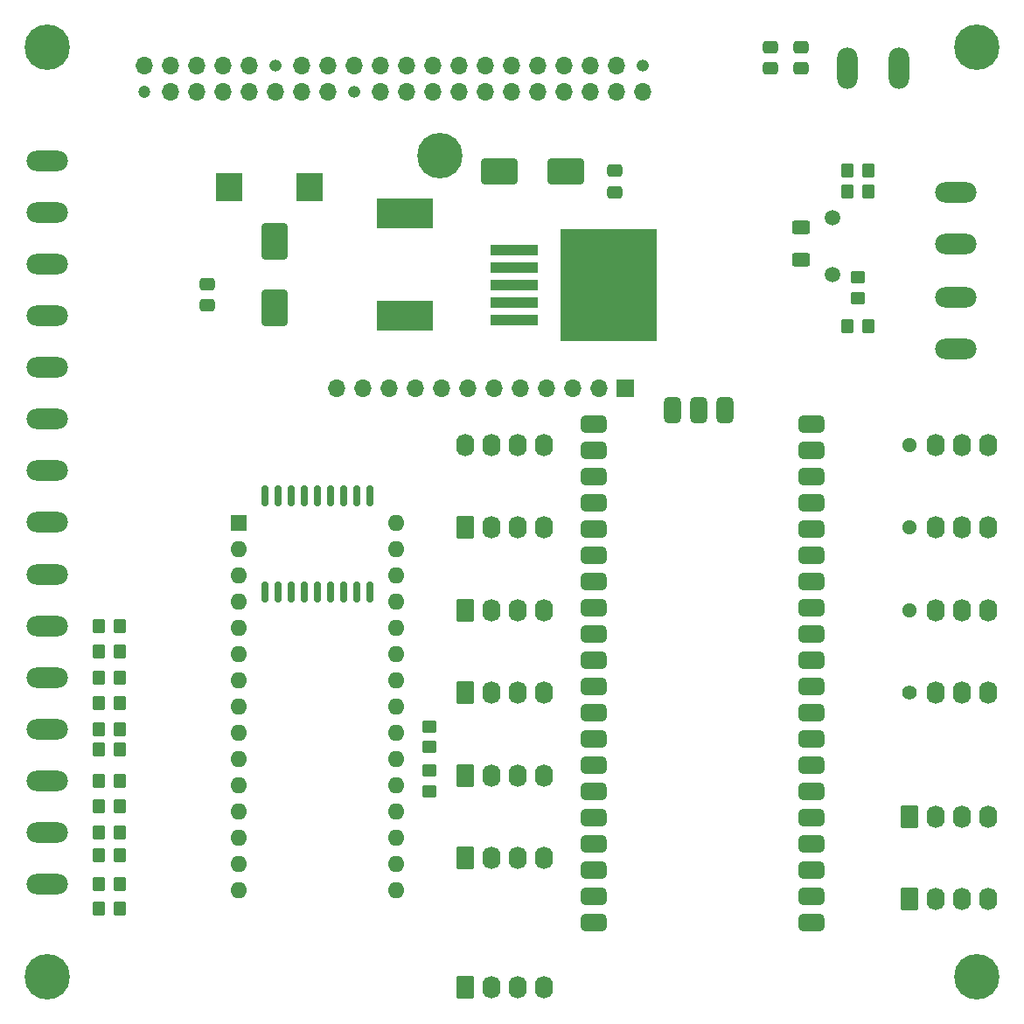
<source format=gbr>
%TF.GenerationSoftware,KiCad,Pcbnew,6.0.10*%
%TF.CreationDate,2023-01-17T11:13:45-03:00*%
%TF.ProjectId,trekking,7472656b-6b69-46e6-972e-6b696361645f,rev?*%
%TF.SameCoordinates,Original*%
%TF.FileFunction,Soldermask,Top*%
%TF.FilePolarity,Negative*%
%FSLAX46Y46*%
G04 Gerber Fmt 4.6, Leading zero omitted, Abs format (unit mm)*
G04 Created by KiCad (PCBNEW 6.0.10) date 2023-01-17 11:13:45*
%MOMM*%
%LPD*%
G01*
G04 APERTURE LIST*
G04 Aperture macros list*
%AMRoundRect*
0 Rectangle with rounded corners*
0 $1 Rounding radius*
0 $2 $3 $4 $5 $6 $7 $8 $9 X,Y pos of 4 corners*
0 Add a 4 corners polygon primitive as box body*
4,1,4,$2,$3,$4,$5,$6,$7,$8,$9,$2,$3,0*
0 Add four circle primitives for the rounded corners*
1,1,$1+$1,$2,$3*
1,1,$1+$1,$4,$5*
1,1,$1+$1,$6,$7*
1,1,$1+$1,$8,$9*
0 Add four rect primitives between the rounded corners*
20,1,$1+$1,$2,$3,$4,$5,0*
20,1,$1+$1,$4,$5,$6,$7,0*
20,1,$1+$1,$6,$7,$8,$9,0*
20,1,$1+$1,$8,$9,$2,$3,0*%
%AMFreePoly0*
4,1,28,0.087733,0.694480,0.250858,0.653506,0.399499,0.574804,0.525078,0.462918,0.620343,0.324307,0.679794,0.166973,0.700000,0.000000,0.699846,-0.014660,0.676148,-0.181173,0.613415,-0.337228,0.515268,-0.473813,0.387374,-0.583045,0.237117,-0.658617,0.073170,-0.696165,-0.095001,-0.693523,-0.257687,-0.650844,-0.405497,-0.570589,-0.529897,-0.457394,-0.623705,-0.317793,-0.681505,-0.159846,
-0.699962,0.007330,-0.678008,0.174083,-0.616912,0.330786,-0.520201,0.468391,-0.393458,0.578956,-0.244000,0.656097,-0.080456,0.695361,0.087733,0.694480,0.087733,0.694480,$1*%
G04 Aperture macros list end*
%ADD10RoundRect,0.250000X0.350000X0.450000X-0.350000X0.450000X-0.350000X-0.450000X0.350000X-0.450000X0*%
%ADD11RoundRect,0.250000X0.450000X-0.350000X0.450000X0.350000X-0.450000X0.350000X-0.450000X-0.350000X0*%
%ADD12RoundRect,0.250000X-0.475000X0.337500X-0.475000X-0.337500X0.475000X-0.337500X0.475000X0.337500X0*%
%ADD13C,1.200000*%
%ADD14O,1.700000X1.700000*%
%ADD15O,1.200000X1.200000*%
%ADD16FreePoly0,0.000000*%
%ADD17O,1.740000X2.190000*%
%ADD18RoundRect,0.412500X0.837500X0.412500X-0.837500X0.412500X-0.837500X-0.412500X0.837500X-0.412500X0*%
%ADD19RoundRect,0.412500X-0.412500X0.837500X-0.412500X-0.837500X0.412500X-0.837500X0.412500X0.837500X0*%
%ADD20C,1.500000*%
%ADD21C,4.400000*%
%ADD22RoundRect,0.250000X-0.350000X-0.450000X0.350000X-0.450000X0.350000X0.450000X-0.350000X0.450000X0*%
%ADD23RoundRect,0.250000X0.475000X-0.337500X0.475000X0.337500X-0.475000X0.337500X-0.475000X-0.337500X0*%
%ADD24RoundRect,0.250000X-0.450000X0.350000X-0.450000X-0.350000X0.450000X-0.350000X0.450000X0.350000X0*%
%ADD25RoundRect,0.250000X0.625000X-0.400000X0.625000X0.400000X-0.625000X0.400000X-0.625000X-0.400000X0*%
%ADD26RoundRect,0.250000X-0.620000X-0.845000X0.620000X-0.845000X0.620000X0.845000X-0.620000X0.845000X0*%
%ADD27O,4.000000X2.000000*%
%ADD28RoundRect,0.250000X1.000000X-1.500000X1.000000X1.500000X-1.000000X1.500000X-1.000000X-1.500000X0*%
%ADD29R,2.000000X2.000000*%
%ADD30R,2.500000X2.700000*%
%ADD31C,1.400000*%
%ADD32R,4.600000X1.100000*%
%ADD33R,9.400000X10.800000*%
%ADD34R,1.600000X1.600000*%
%ADD35O,1.600000X1.600000*%
%ADD36RoundRect,0.250000X1.500000X1.000000X-1.500000X1.000000X-1.500000X-1.000000X1.500000X-1.000000X0*%
%ADD37R,1.700000X1.700000*%
%ADD38R,5.400000X2.900000*%
%ADD39O,2.000000X4.000000*%
%ADD40RoundRect,0.150000X0.150000X-0.875000X0.150000X0.875000X-0.150000X0.875000X-0.150000X-0.875000X0*%
G04 APERTURE END LIST*
D10*
%TO.C,R16*%
X52000000Y-143400000D03*
X50000000Y-143400000D03*
%TD*%
D11*
%TO.C,R6*%
X82000000Y-132000000D03*
X82000000Y-130000000D03*
%TD*%
D12*
%TO.C,C1*%
X100000000Y-71962500D03*
X100000000Y-74037500D03*
%TD*%
D13*
%TO.C,J1*%
X54375000Y-64275000D03*
D14*
X54375000Y-61735000D03*
X56915000Y-64275000D03*
X56915000Y-61735000D03*
X59455000Y-64275000D03*
X59455000Y-61735000D03*
X61995000Y-64275000D03*
X61995000Y-61735000D03*
X64535000Y-64275000D03*
X64535000Y-61735000D03*
X67075000Y-64275000D03*
D15*
X67075000Y-61735000D03*
D14*
X69615000Y-64275000D03*
X69615000Y-61735000D03*
X72155000Y-64275000D03*
X72155000Y-61735000D03*
D15*
X74695000Y-64275000D03*
D14*
X74695000Y-61735000D03*
X77235000Y-64275000D03*
X77235000Y-61735000D03*
X79775000Y-64275000D03*
X79775000Y-61735000D03*
X82315000Y-64275000D03*
X82315000Y-61735000D03*
X84855000Y-64275000D03*
X84855000Y-61735000D03*
X87395000Y-64275000D03*
X87395000Y-61735000D03*
X89935000Y-64275000D03*
X89935000Y-61735000D03*
X92475000Y-64275000D03*
X92475000Y-61735000D03*
X95015000Y-64275000D03*
X95015000Y-61735000D03*
X97555000Y-64275000D03*
X97555000Y-61735000D03*
X100095000Y-64275000D03*
X100095000Y-61735000D03*
X102635000Y-64275000D03*
D15*
X102635000Y-61735000D03*
%TD*%
D16*
%TO.C,J5*%
X128500000Y-106483500D03*
D17*
X131040000Y-106483500D03*
X133580000Y-106483500D03*
X136120000Y-106483500D03*
%TD*%
D18*
%TO.C,U1*%
X119041000Y-144743500D03*
X119041000Y-142203500D03*
X119041000Y-139663500D03*
X119041000Y-137123500D03*
X119041000Y-134583500D03*
X119041000Y-132043500D03*
X119041000Y-129503500D03*
X119041000Y-126963500D03*
X119041000Y-124423500D03*
X119041000Y-121883500D03*
X119041000Y-119343500D03*
X119041000Y-116803500D03*
X119041000Y-114263500D03*
X119041000Y-111723500D03*
X119041000Y-109183500D03*
X119041000Y-106643500D03*
X119041000Y-104103500D03*
X119041000Y-101563500D03*
X119041000Y-99023500D03*
X119041000Y-96483500D03*
X97959000Y-96483500D03*
X97959000Y-99023500D03*
X97959000Y-101563500D03*
X97959000Y-104103500D03*
X97959000Y-106643500D03*
X97959000Y-109183500D03*
X97959000Y-111723500D03*
X97959000Y-114263500D03*
X97959000Y-116803500D03*
X97959000Y-119343500D03*
X97959000Y-121883500D03*
X97959000Y-124423500D03*
X97959000Y-126963500D03*
X97959000Y-129503500D03*
X97959000Y-132043500D03*
X97959000Y-134583500D03*
X97959000Y-137123500D03*
X97959000Y-139663500D03*
X97959000Y-142203500D03*
X97959000Y-144743500D03*
D19*
X110659000Y-95086500D03*
X108119000Y-95086500D03*
X105579000Y-95086500D03*
%TD*%
D20*
%TO.C,VIN*%
X121000000Y-82000000D03*
%TD*%
D21*
%TO.C,REF\u002A\u002A*%
X45000000Y-60000000D03*
%TD*%
D22*
%TO.C,R5*%
X122500000Y-71900000D03*
X124500000Y-71900000D03*
%TD*%
D16*
%TO.C,J2*%
X128500000Y-114483500D03*
D17*
X131040000Y-114483500D03*
X133580000Y-114483500D03*
X136120000Y-114483500D03*
%TD*%
%TO.C,J17*%
X85500000Y-98483500D03*
X88040000Y-98483500D03*
X90580000Y-98483500D03*
X93120000Y-98483500D03*
%TD*%
D10*
%TO.C,R15*%
X52000000Y-138200000D03*
X50000000Y-138200000D03*
%TD*%
D23*
%TO.C,C3*%
X115000000Y-62037500D03*
X115000000Y-59962500D03*
%TD*%
D24*
%TO.C,R1*%
X123500000Y-82250000D03*
X123500000Y-84250000D03*
%TD*%
D25*
%TO.C,R3*%
X118000000Y-80550000D03*
X118000000Y-77450000D03*
%TD*%
D26*
%TO.C,J10*%
X128500000Y-134503500D03*
D17*
X131040000Y-134503500D03*
X133580000Y-134503500D03*
X136120000Y-134503500D03*
%TD*%
D26*
%TO.C,J23*%
X85500000Y-151000000D03*
D17*
X88040000Y-151000000D03*
X90580000Y-151000000D03*
X93120000Y-151000000D03*
%TD*%
D22*
%TO.C,R13*%
X50000000Y-126000000D03*
X52000000Y-126000000D03*
%TD*%
D27*
%TO.C,J22*%
X45000000Y-116000000D03*
X45000000Y-121000000D03*
X45000000Y-126000000D03*
%TD*%
D26*
%TO.C,J15*%
X85500000Y-106483500D03*
D17*
X88040000Y-106483500D03*
X90580000Y-106483500D03*
X93120000Y-106483500D03*
%TD*%
D22*
%TO.C,R10*%
X50000000Y-141000000D03*
X52000000Y-141000000D03*
%TD*%
D28*
%TO.C,C5*%
X67000000Y-85250000D03*
X67000000Y-78750000D03*
%TD*%
D26*
%TO.C,J12*%
X85500000Y-138483500D03*
D17*
X88040000Y-138483500D03*
X90580000Y-138483500D03*
X93120000Y-138483500D03*
%TD*%
D10*
%TO.C,R17*%
X52000000Y-118500000D03*
X50000000Y-118500000D03*
%TD*%
D29*
%TO.C,D1*%
X70310000Y-73500000D03*
D30*
X70400000Y-73500000D03*
X62600000Y-73500000D03*
D29*
X62690000Y-73500000D03*
%TD*%
D21*
%TO.C,*%
X83000000Y-70500000D03*
%TD*%
D31*
%TO.C,J3*%
X128500000Y-122483500D03*
D17*
X131040000Y-122483500D03*
X133580000Y-122483500D03*
X136120000Y-122483500D03*
%TD*%
D32*
%TO.C,U2*%
X90225000Y-79600000D03*
X90225000Y-81300000D03*
D33*
X99375000Y-83000000D03*
D32*
X90225000Y-83000000D03*
X90225000Y-84700000D03*
X90225000Y-86400000D03*
%TD*%
D27*
%TO.C,J20*%
X45000000Y-101000000D03*
X45000000Y-106000000D03*
X45000000Y-111000000D03*
%TD*%
D20*
%TO.C,VCC*%
X121000000Y-76500000D03*
%TD*%
D22*
%TO.C,R12*%
X50000000Y-121000000D03*
X52000000Y-121000000D03*
%TD*%
%TO.C,R2*%
X122500000Y-87000000D03*
X124500000Y-87000000D03*
%TD*%
D21*
%TO.C,REF\u002A\u002A*%
X45000000Y-150000000D03*
%TD*%
%TO.C,REF\u002A\u002A*%
X135000000Y-150000000D03*
%TD*%
D34*
%TO.C,A1*%
X63580000Y-106060000D03*
D35*
X63580000Y-108600000D03*
X63580000Y-111140000D03*
X63580000Y-113680000D03*
X63580000Y-116220000D03*
X63580000Y-118760000D03*
X63580000Y-121300000D03*
X63580000Y-123840000D03*
X63580000Y-126380000D03*
X63580000Y-128920000D03*
X63580000Y-131460000D03*
X63580000Y-134000000D03*
X63580000Y-136540000D03*
X63580000Y-139080000D03*
X63580000Y-141620000D03*
X78820000Y-141620000D03*
X78820000Y-139080000D03*
X78820000Y-136540000D03*
X78820000Y-134000000D03*
X78820000Y-131460000D03*
X78820000Y-128920000D03*
X78820000Y-126380000D03*
X78820000Y-123840000D03*
X78820000Y-121300000D03*
X78820000Y-118760000D03*
X78820000Y-116220000D03*
X78820000Y-113680000D03*
X78820000Y-111140000D03*
X78820000Y-108600000D03*
X78820000Y-106060000D03*
%TD*%
D26*
%TO.C,J16*%
X85500000Y-122483500D03*
D17*
X88040000Y-122483500D03*
X90580000Y-122483500D03*
X93120000Y-122483500D03*
%TD*%
D36*
%TO.C,C4*%
X95250000Y-72000000D03*
X88750000Y-72000000D03*
%TD*%
D37*
%TO.C,J18*%
X101000000Y-93000000D03*
D14*
X98460000Y-93000000D03*
X95920000Y-93000000D03*
X93380000Y-93000000D03*
X90840000Y-93000000D03*
X88300000Y-93000000D03*
X85760000Y-93000000D03*
X83220000Y-93000000D03*
X80680000Y-93000000D03*
X78140000Y-93000000D03*
X75600000Y-93000000D03*
X73060000Y-93000000D03*
%TD*%
D23*
%TO.C,C2*%
X118000000Y-62037500D03*
X118000000Y-59962500D03*
%TD*%
D16*
%TO.C,J4*%
X128500000Y-98483500D03*
D17*
X131040000Y-98483500D03*
X133580000Y-98483500D03*
X136120000Y-98483500D03*
%TD*%
D26*
%TO.C,J13*%
X85500000Y-114483500D03*
D17*
X88040000Y-114483500D03*
X90580000Y-114483500D03*
X93120000Y-114483500D03*
%TD*%
D38*
%TO.C,L1*%
X79600000Y-76050000D03*
X79600000Y-85950000D03*
%TD*%
D23*
%TO.C,C6*%
X60500000Y-85000000D03*
X60500000Y-82925000D03*
%TD*%
D10*
%TO.C,R14*%
X52000000Y-133500000D03*
X50000000Y-133500000D03*
%TD*%
D21*
%TO.C,REF\u002A\u002A*%
X135000000Y-60000000D03*
%TD*%
D22*
%TO.C,R11*%
X50000000Y-116000000D03*
X52000000Y-116000000D03*
%TD*%
D26*
%TO.C,J9*%
X128500000Y-142483500D03*
D17*
X131040000Y-142483500D03*
X133580000Y-142483500D03*
X136120000Y-142483500D03*
%TD*%
D27*
%TO.C,J19*%
X45000000Y-86000000D03*
X45000000Y-91000000D03*
X45000000Y-96000000D03*
%TD*%
%TO.C,J7*%
X133000000Y-74058500D03*
X133000000Y-79058500D03*
%TD*%
D22*
%TO.C,R9*%
X50000000Y-136000000D03*
X52000000Y-136000000D03*
%TD*%
D39*
%TO.C,J8*%
X122500000Y-62000000D03*
X127500000Y-62000000D03*
%TD*%
D27*
%TO.C,J11*%
X45000000Y-71000000D03*
X45000000Y-76000000D03*
X45000000Y-81000000D03*
%TD*%
D10*
%TO.C,R19*%
X52000000Y-128000000D03*
X50000000Y-128000000D03*
%TD*%
D27*
%TO.C,J21*%
X45000000Y-131000000D03*
X45000000Y-136000000D03*
X45000000Y-141000000D03*
%TD*%
D10*
%TO.C,R4*%
X124500000Y-74000000D03*
X122500000Y-74000000D03*
%TD*%
D40*
%TO.C,U3*%
X66110000Y-112760000D03*
X67380000Y-112760000D03*
X68650000Y-112760000D03*
X69920000Y-112760000D03*
X71190000Y-112760000D03*
X72460000Y-112760000D03*
X73730000Y-112760000D03*
X75000000Y-112760000D03*
X76270000Y-112760000D03*
X76270000Y-103460000D03*
X75000000Y-103460000D03*
X73730000Y-103460000D03*
X72460000Y-103460000D03*
X71190000Y-103460000D03*
X69920000Y-103460000D03*
X68650000Y-103460000D03*
X67380000Y-103460000D03*
X66110000Y-103460000D03*
%TD*%
D27*
%TO.C,J6*%
X133000000Y-84233500D03*
X133000000Y-89233500D03*
%TD*%
D22*
%TO.C,R8*%
X50000000Y-131000000D03*
X52000000Y-131000000D03*
%TD*%
D10*
%TO.C,R18*%
X52000000Y-123500000D03*
X50000000Y-123500000D03*
%TD*%
D26*
%TO.C,J14*%
X85500000Y-130483500D03*
D17*
X88040000Y-130483500D03*
X90580000Y-130483500D03*
X93120000Y-130483500D03*
%TD*%
D11*
%TO.C,R7*%
X82000000Y-127750000D03*
X82000000Y-125750000D03*
%TD*%
M02*

</source>
